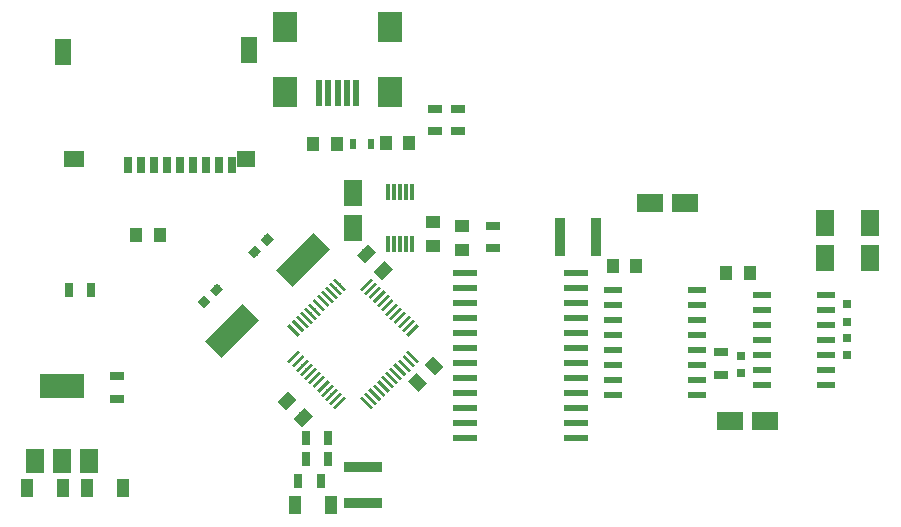
<source format=gbr>
%TF.GenerationSoftware,KiCad,Pcbnew,(5.0.2)-1*%
%TF.CreationDate,2019-08-28T15:07:36-07:00*%
%TF.ProjectId,OPL3_VGM_Player,4f504c33-5f56-4474-9d5f-506c61796572,rev?*%
%TF.SameCoordinates,Original*%
%TF.FileFunction,Paste,Top*%
%TF.FilePolarity,Positive*%
%FSLAX46Y46*%
G04 Gerber Fmt 4.6, Leading zero omitted, Abs format (unit mm)*
G04 Created by KiCad (PCBNEW (5.0.2)-1) date 8/28/2019 3:07:36 PM*
%MOMM*%
%LPD*%
G01*
G04 APERTURE LIST*
%ADD10R,1.400000X2.200000*%
%ADD11R,1.800000X1.400000*%
%ADD12R,1.600000X1.400000*%
%ADD13R,0.700000X1.400000*%
%ADD14R,1.600000X2.200000*%
%ADD15R,1.000000X1.600000*%
%ADD16R,1.250000X1.000000*%
%ADD17R,1.000000X1.250000*%
%ADD18C,0.750000*%
%ADD19C,0.100000*%
%ADD20C,1.000000*%
%ADD21R,2.200000X1.600000*%
%ADD22R,0.750000X0.800000*%
%ADD23R,2.000000X2.500000*%
%ADD24R,0.500000X2.300000*%
%ADD25R,0.500000X0.900000*%
%ADD26R,0.950000X3.300000*%
%ADD27R,3.300000X0.950000*%
%ADD28R,1.300000X0.700000*%
%ADD29R,0.700000X1.300000*%
%ADD30R,1.500000X2.000000*%
%ADD31R,3.800000X2.000000*%
%ADD32C,0.250000*%
%ADD33R,0.300000X1.400000*%
%ADD34R,2.000000X0.600000*%
%ADD35R,1.500000X0.600000*%
%ADD36C,2.000000*%
G04 APERTURE END LIST*
D10*
X174081000Y-88626000D03*
X158331000Y-88824000D03*
D11*
X159332000Y-97925000D03*
D12*
X173880000Y-97925000D03*
D13*
X172630000Y-98425000D03*
X171530000Y-98425000D03*
X170430000Y-98425000D03*
X169330000Y-98425000D03*
X168230000Y-98425000D03*
X167130000Y-98425000D03*
X166030000Y-98425000D03*
X164930000Y-98425000D03*
X163830000Y-98425000D03*
D14*
X226695000Y-106275000D03*
X226695000Y-103275000D03*
D15*
X163425000Y-125793500D03*
X160425000Y-125793500D03*
X158345000Y-125730000D03*
X155345000Y-125730000D03*
D16*
X189674500Y-103267000D03*
X189674500Y-105267000D03*
D17*
X179543200Y-96621600D03*
X181543200Y-96621600D03*
X185690000Y-96520000D03*
X187690000Y-96520000D03*
D14*
X182880000Y-100735000D03*
X182880000Y-103735000D03*
D18*
X174577270Y-105762530D03*
D19*
G36*
X174594948Y-105214522D02*
X175125278Y-105744852D01*
X174559592Y-106310538D01*
X174029262Y-105780208D01*
X174594948Y-105214522D01*
X174594948Y-105214522D01*
G37*
D18*
X175637930Y-104701870D03*
D19*
G36*
X175655608Y-104153862D02*
X176185938Y-104684192D01*
X175620252Y-105249878D01*
X175089922Y-104719548D01*
X175655608Y-104153862D01*
X175655608Y-104153862D01*
G37*
D18*
X170310070Y-109991630D03*
D19*
G36*
X170292392Y-110539638D02*
X169762062Y-110009308D01*
X170327748Y-109443622D01*
X170858078Y-109973952D01*
X170292392Y-110539638D01*
X170292392Y-110539638D01*
G37*
D18*
X171370730Y-108930970D03*
D19*
G36*
X171353052Y-109478978D02*
X170822722Y-108948648D01*
X171388408Y-108382962D01*
X171918738Y-108913292D01*
X171353052Y-109478978D01*
X171353052Y-109478978D01*
G37*
D20*
X178710307Y-119782307D03*
D19*
G36*
X179505802Y-119693919D02*
X178621919Y-120577802D01*
X177914812Y-119870695D01*
X178798695Y-118986812D01*
X179505802Y-119693919D01*
X179505802Y-119693919D01*
G37*
D20*
X177296093Y-118368093D03*
D19*
G36*
X178091588Y-118279705D02*
X177207705Y-119163588D01*
X176500598Y-118456481D01*
X177384481Y-117572598D01*
X178091588Y-118279705D01*
X178091588Y-118279705D01*
G37*
D20*
X184056586Y-105926186D03*
D19*
G36*
X184852081Y-105837798D02*
X183968198Y-106721681D01*
X183261091Y-106014574D01*
X184144974Y-105130691D01*
X184852081Y-105837798D01*
X184852081Y-105837798D01*
G37*
D20*
X185470800Y-107340400D03*
D19*
G36*
X186266295Y-107252012D02*
X185382412Y-108135895D01*
X184675305Y-107428788D01*
X185559188Y-106544905D01*
X186266295Y-107252012D01*
X186266295Y-107252012D01*
G37*
D20*
X188353700Y-116801900D03*
D19*
G36*
X188265312Y-116006405D02*
X189149195Y-116890288D01*
X188442088Y-117597395D01*
X187558205Y-116713512D01*
X188265312Y-116006405D01*
X188265312Y-116006405D01*
G37*
D20*
X189767914Y-115387686D03*
D19*
G36*
X189679526Y-114592191D02*
X190563409Y-115476074D01*
X189856302Y-116183181D01*
X188972419Y-115299298D01*
X189679526Y-114592191D01*
X189679526Y-114592191D01*
G37*
D17*
X166569900Y-104355900D03*
X164569900Y-104355900D03*
D21*
X208050000Y-101600000D03*
X211050000Y-101600000D03*
D16*
X192151000Y-105559100D03*
X192151000Y-103559100D03*
D17*
X206905100Y-106972100D03*
X204905100Y-106972100D03*
D22*
X215734900Y-116040600D03*
X215734900Y-114540600D03*
X224739200Y-110159100D03*
X224739200Y-111659100D03*
X224726500Y-114516600D03*
X224726500Y-113016600D03*
D21*
X217806400Y-120053100D03*
X214806400Y-120053100D03*
D17*
X216493600Y-107530900D03*
X214493600Y-107530900D03*
D15*
X178039900Y-127190500D03*
X181039900Y-127190500D03*
D14*
X222885000Y-103275000D03*
X222885000Y-106275000D03*
D23*
X177160000Y-86735000D03*
X177160000Y-92235000D03*
X186060000Y-86735000D03*
X186060000Y-92235000D03*
D24*
X180010000Y-92335000D03*
X180810000Y-92335000D03*
X181610000Y-92335000D03*
X182410000Y-92335000D03*
X183210000Y-92335000D03*
D25*
X182917400Y-96621600D03*
X184417400Y-96621600D03*
D26*
X200480200Y-104495600D03*
X203530200Y-104495600D03*
D27*
X183756300Y-127012700D03*
X183756300Y-123962700D03*
D28*
X189865000Y-93665000D03*
X189865000Y-95565000D03*
X191770000Y-95565000D03*
X191770000Y-93665000D03*
D29*
X158866800Y-108978700D03*
X160766800Y-108978700D03*
D28*
X162915600Y-118209100D03*
X162915600Y-116309100D03*
X194741800Y-103558300D03*
X194741800Y-105458300D03*
X214058500Y-116177100D03*
X214058500Y-114277100D03*
D29*
X178907400Y-121488200D03*
X180807400Y-121488200D03*
X180172400Y-125183900D03*
X178272400Y-125183900D03*
X178907400Y-123317000D03*
X180807400Y-123317000D03*
D30*
X155967400Y-123431700D03*
X160567400Y-123431700D03*
X158267400Y-123431700D03*
D31*
X158267400Y-117131700D03*
D32*
X184062171Y-108492142D03*
D19*
G36*
X183690940Y-109040150D02*
X183514163Y-108863373D01*
X184433402Y-107944134D01*
X184610179Y-108120911D01*
X183690940Y-109040150D01*
X183690940Y-109040150D01*
G37*
D32*
X184415724Y-108845695D03*
D19*
G36*
X184044493Y-109393703D02*
X183867716Y-109216926D01*
X184786955Y-108297687D01*
X184963732Y-108474464D01*
X184044493Y-109393703D01*
X184044493Y-109393703D01*
G37*
D32*
X184769278Y-109199249D03*
D19*
G36*
X184398047Y-109747257D02*
X184221270Y-109570480D01*
X185140509Y-108651241D01*
X185317286Y-108828018D01*
X184398047Y-109747257D01*
X184398047Y-109747257D01*
G37*
D32*
X185122831Y-109552802D03*
D19*
G36*
X184751600Y-110100810D02*
X184574823Y-109924033D01*
X185494062Y-109004794D01*
X185670839Y-109181571D01*
X184751600Y-110100810D01*
X184751600Y-110100810D01*
G37*
D32*
X185476384Y-109906355D03*
D19*
G36*
X185105153Y-110454363D02*
X184928376Y-110277586D01*
X185847615Y-109358347D01*
X186024392Y-109535124D01*
X185105153Y-110454363D01*
X185105153Y-110454363D01*
G37*
D32*
X185829938Y-110259909D03*
D19*
G36*
X185458707Y-110807917D02*
X185281930Y-110631140D01*
X186201169Y-109711901D01*
X186377946Y-109888678D01*
X185458707Y-110807917D01*
X185458707Y-110807917D01*
G37*
D32*
X186183491Y-110613462D03*
D19*
G36*
X185812260Y-111161470D02*
X185635483Y-110984693D01*
X186554722Y-110065454D01*
X186731499Y-110242231D01*
X185812260Y-111161470D01*
X185812260Y-111161470D01*
G37*
D32*
X186537045Y-110967016D03*
D19*
G36*
X186165814Y-111515024D02*
X185989037Y-111338247D01*
X186908276Y-110419008D01*
X187085053Y-110595785D01*
X186165814Y-111515024D01*
X186165814Y-111515024D01*
G37*
D32*
X186890598Y-111320569D03*
D19*
G36*
X186519367Y-111868577D02*
X186342590Y-111691800D01*
X187261829Y-110772561D01*
X187438606Y-110949338D01*
X186519367Y-111868577D01*
X186519367Y-111868577D01*
G37*
D32*
X187244151Y-111674122D03*
D19*
G36*
X186872920Y-112222130D02*
X186696143Y-112045353D01*
X187615382Y-111126114D01*
X187792159Y-111302891D01*
X186872920Y-112222130D01*
X186872920Y-112222130D01*
G37*
D32*
X187597705Y-112027676D03*
D19*
G36*
X187226474Y-112575684D02*
X187049697Y-112398907D01*
X187968936Y-111479668D01*
X188145713Y-111656445D01*
X187226474Y-112575684D01*
X187226474Y-112575684D01*
G37*
D32*
X187951258Y-112381229D03*
D19*
G36*
X187580027Y-112929237D02*
X187403250Y-112752460D01*
X188322489Y-111833221D01*
X188499266Y-112009998D01*
X187580027Y-112929237D01*
X187580027Y-112929237D01*
G37*
D32*
X187951258Y-114643971D03*
D19*
G36*
X187403250Y-114272740D02*
X187580027Y-114095963D01*
X188499266Y-115015202D01*
X188322489Y-115191979D01*
X187403250Y-114272740D01*
X187403250Y-114272740D01*
G37*
D32*
X187597705Y-114997524D03*
D19*
G36*
X187049697Y-114626293D02*
X187226474Y-114449516D01*
X188145713Y-115368755D01*
X187968936Y-115545532D01*
X187049697Y-114626293D01*
X187049697Y-114626293D01*
G37*
D32*
X187244151Y-115351078D03*
D19*
G36*
X186696143Y-114979847D02*
X186872920Y-114803070D01*
X187792159Y-115722309D01*
X187615382Y-115899086D01*
X186696143Y-114979847D01*
X186696143Y-114979847D01*
G37*
D32*
X186890598Y-115704631D03*
D19*
G36*
X186342590Y-115333400D02*
X186519367Y-115156623D01*
X187438606Y-116075862D01*
X187261829Y-116252639D01*
X186342590Y-115333400D01*
X186342590Y-115333400D01*
G37*
D32*
X186537045Y-116058184D03*
D19*
G36*
X185989037Y-115686953D02*
X186165814Y-115510176D01*
X187085053Y-116429415D01*
X186908276Y-116606192D01*
X185989037Y-115686953D01*
X185989037Y-115686953D01*
G37*
D32*
X186183491Y-116411738D03*
D19*
G36*
X185635483Y-116040507D02*
X185812260Y-115863730D01*
X186731499Y-116782969D01*
X186554722Y-116959746D01*
X185635483Y-116040507D01*
X185635483Y-116040507D01*
G37*
D32*
X185829938Y-116765291D03*
D19*
G36*
X185281930Y-116394060D02*
X185458707Y-116217283D01*
X186377946Y-117136522D01*
X186201169Y-117313299D01*
X185281930Y-116394060D01*
X185281930Y-116394060D01*
G37*
D32*
X185476384Y-117118845D03*
D19*
G36*
X184928376Y-116747614D02*
X185105153Y-116570837D01*
X186024392Y-117490076D01*
X185847615Y-117666853D01*
X184928376Y-116747614D01*
X184928376Y-116747614D01*
G37*
D32*
X185122831Y-117472398D03*
D19*
G36*
X184574823Y-117101167D02*
X184751600Y-116924390D01*
X185670839Y-117843629D01*
X185494062Y-118020406D01*
X184574823Y-117101167D01*
X184574823Y-117101167D01*
G37*
D32*
X184769278Y-117825951D03*
D19*
G36*
X184221270Y-117454720D02*
X184398047Y-117277943D01*
X185317286Y-118197182D01*
X185140509Y-118373959D01*
X184221270Y-117454720D01*
X184221270Y-117454720D01*
G37*
D32*
X184415724Y-118179505D03*
D19*
G36*
X183867716Y-117808274D02*
X184044493Y-117631497D01*
X184963732Y-118550736D01*
X184786955Y-118727513D01*
X183867716Y-117808274D01*
X183867716Y-117808274D01*
G37*
D32*
X184062171Y-118533058D03*
D19*
G36*
X183514163Y-118161827D02*
X183690940Y-117985050D01*
X184610179Y-118904289D01*
X184433402Y-119081066D01*
X183514163Y-118161827D01*
X183514163Y-118161827D01*
G37*
D32*
X181799429Y-118533058D03*
D19*
G36*
X181428198Y-119081066D02*
X181251421Y-118904289D01*
X182170660Y-117985050D01*
X182347437Y-118161827D01*
X181428198Y-119081066D01*
X181428198Y-119081066D01*
G37*
D32*
X181445876Y-118179505D03*
D19*
G36*
X181074645Y-118727513D02*
X180897868Y-118550736D01*
X181817107Y-117631497D01*
X181993884Y-117808274D01*
X181074645Y-118727513D01*
X181074645Y-118727513D01*
G37*
D32*
X181092322Y-117825951D03*
D19*
G36*
X180721091Y-118373959D02*
X180544314Y-118197182D01*
X181463553Y-117277943D01*
X181640330Y-117454720D01*
X180721091Y-118373959D01*
X180721091Y-118373959D01*
G37*
D32*
X180738769Y-117472398D03*
D19*
G36*
X180367538Y-118020406D02*
X180190761Y-117843629D01*
X181110000Y-116924390D01*
X181286777Y-117101167D01*
X180367538Y-118020406D01*
X180367538Y-118020406D01*
G37*
D32*
X180385216Y-117118845D03*
D19*
G36*
X180013985Y-117666853D02*
X179837208Y-117490076D01*
X180756447Y-116570837D01*
X180933224Y-116747614D01*
X180013985Y-117666853D01*
X180013985Y-117666853D01*
G37*
D32*
X180031662Y-116765291D03*
D19*
G36*
X179660431Y-117313299D02*
X179483654Y-117136522D01*
X180402893Y-116217283D01*
X180579670Y-116394060D01*
X179660431Y-117313299D01*
X179660431Y-117313299D01*
G37*
D32*
X179678109Y-116411738D03*
D19*
G36*
X179306878Y-116959746D02*
X179130101Y-116782969D01*
X180049340Y-115863730D01*
X180226117Y-116040507D01*
X179306878Y-116959746D01*
X179306878Y-116959746D01*
G37*
D32*
X179324555Y-116058184D03*
D19*
G36*
X178953324Y-116606192D02*
X178776547Y-116429415D01*
X179695786Y-115510176D01*
X179872563Y-115686953D01*
X178953324Y-116606192D01*
X178953324Y-116606192D01*
G37*
D32*
X178971002Y-115704631D03*
D19*
G36*
X178599771Y-116252639D02*
X178422994Y-116075862D01*
X179342233Y-115156623D01*
X179519010Y-115333400D01*
X178599771Y-116252639D01*
X178599771Y-116252639D01*
G37*
D32*
X178617449Y-115351078D03*
D19*
G36*
X178246218Y-115899086D02*
X178069441Y-115722309D01*
X178988680Y-114803070D01*
X179165457Y-114979847D01*
X178246218Y-115899086D01*
X178246218Y-115899086D01*
G37*
D32*
X178263895Y-114997524D03*
D19*
G36*
X177892664Y-115545532D02*
X177715887Y-115368755D01*
X178635126Y-114449516D01*
X178811903Y-114626293D01*
X177892664Y-115545532D01*
X177892664Y-115545532D01*
G37*
D32*
X177910342Y-114643971D03*
D19*
G36*
X177539111Y-115191979D02*
X177362334Y-115015202D01*
X178281573Y-114095963D01*
X178458350Y-114272740D01*
X177539111Y-115191979D01*
X177539111Y-115191979D01*
G37*
D32*
X177910342Y-112381229D03*
D19*
G36*
X177362334Y-112009998D02*
X177539111Y-111833221D01*
X178458350Y-112752460D01*
X178281573Y-112929237D01*
X177362334Y-112009998D01*
X177362334Y-112009998D01*
G37*
D32*
X178263895Y-112027676D03*
D19*
G36*
X177715887Y-111656445D02*
X177892664Y-111479668D01*
X178811903Y-112398907D01*
X178635126Y-112575684D01*
X177715887Y-111656445D01*
X177715887Y-111656445D01*
G37*
D32*
X178617449Y-111674122D03*
D19*
G36*
X178069441Y-111302891D02*
X178246218Y-111126114D01*
X179165457Y-112045353D01*
X178988680Y-112222130D01*
X178069441Y-111302891D01*
X178069441Y-111302891D01*
G37*
D32*
X178971002Y-111320569D03*
D19*
G36*
X178422994Y-110949338D02*
X178599771Y-110772561D01*
X179519010Y-111691800D01*
X179342233Y-111868577D01*
X178422994Y-110949338D01*
X178422994Y-110949338D01*
G37*
D32*
X179324555Y-110967016D03*
D19*
G36*
X178776547Y-110595785D02*
X178953324Y-110419008D01*
X179872563Y-111338247D01*
X179695786Y-111515024D01*
X178776547Y-110595785D01*
X178776547Y-110595785D01*
G37*
D32*
X179678109Y-110613462D03*
D19*
G36*
X179130101Y-110242231D02*
X179306878Y-110065454D01*
X180226117Y-110984693D01*
X180049340Y-111161470D01*
X179130101Y-110242231D01*
X179130101Y-110242231D01*
G37*
D32*
X180031662Y-110259909D03*
D19*
G36*
X179483654Y-109888678D02*
X179660431Y-109711901D01*
X180579670Y-110631140D01*
X180402893Y-110807917D01*
X179483654Y-109888678D01*
X179483654Y-109888678D01*
G37*
D32*
X180385216Y-109906355D03*
D19*
G36*
X179837208Y-109535124D02*
X180013985Y-109358347D01*
X180933224Y-110277586D01*
X180756447Y-110454363D01*
X179837208Y-109535124D01*
X179837208Y-109535124D01*
G37*
D32*
X180738769Y-109552802D03*
D19*
G36*
X180190761Y-109181571D02*
X180367538Y-109004794D01*
X181286777Y-109924033D01*
X181110000Y-110100810D01*
X180190761Y-109181571D01*
X180190761Y-109181571D01*
G37*
D32*
X181092322Y-109199249D03*
D19*
G36*
X180544314Y-108828018D02*
X180721091Y-108651241D01*
X181640330Y-109570480D01*
X181463553Y-109747257D01*
X180544314Y-108828018D01*
X180544314Y-108828018D01*
G37*
D32*
X181445876Y-108845695D03*
D19*
G36*
X180897868Y-108474464D02*
X181074645Y-108297687D01*
X181993884Y-109216926D01*
X181817107Y-109393703D01*
X180897868Y-108474464D01*
X180897868Y-108474464D01*
G37*
D32*
X181799429Y-108492142D03*
D19*
G36*
X181251421Y-108120911D02*
X181428198Y-107944134D01*
X182347437Y-108863373D01*
X182170660Y-109040150D01*
X181251421Y-108120911D01*
X181251421Y-108120911D01*
G37*
D33*
X187880500Y-105057300D03*
X187380500Y-105057300D03*
X186880500Y-105057300D03*
X186380500Y-105057300D03*
X185880500Y-105057300D03*
X185880500Y-100657300D03*
X186380500Y-100657300D03*
X186880500Y-100657300D03*
X187380500Y-100657300D03*
X187880500Y-100657300D03*
D34*
X201778600Y-107543600D03*
X201778600Y-108813600D03*
X201778600Y-110083600D03*
X201778600Y-111353600D03*
X201778600Y-112623600D03*
X201778600Y-113893600D03*
X201778600Y-115163600D03*
X201778600Y-116433600D03*
X201778600Y-117703600D03*
X201778600Y-118973600D03*
X201778600Y-120243600D03*
X201778600Y-121513600D03*
X192378600Y-121513600D03*
X192378600Y-120243600D03*
X192378600Y-118973600D03*
X192378600Y-117703600D03*
X192378600Y-116433600D03*
X192378600Y-115163600D03*
X192378600Y-113893600D03*
X192378600Y-112623600D03*
X192378600Y-111353600D03*
X192378600Y-110083600D03*
X192378600Y-108813600D03*
X192378600Y-107543600D03*
D35*
X212058600Y-108991400D03*
X212058600Y-110261400D03*
X212058600Y-111531400D03*
X212058600Y-112801400D03*
X212058600Y-114071400D03*
X212058600Y-115341400D03*
X212058600Y-116611400D03*
X212058600Y-117881400D03*
X204958600Y-117881400D03*
X204958600Y-116611400D03*
X204958600Y-115341400D03*
X204958600Y-114071400D03*
X204958600Y-112801400D03*
X204958600Y-111531400D03*
X204958600Y-110261400D03*
X204958600Y-108991400D03*
X222956100Y-109448600D03*
X222956100Y-110718600D03*
X222956100Y-111988600D03*
X222956100Y-113258600D03*
X222956100Y-114528600D03*
X222956100Y-115798600D03*
X222956100Y-117068600D03*
X217556100Y-117068600D03*
X217556100Y-115798600D03*
X217556100Y-114528600D03*
X217556100Y-113258600D03*
X217556100Y-111988600D03*
X217556100Y-110718600D03*
X217556100Y-109448600D03*
D36*
X178684304Y-106430696D03*
D19*
G36*
X177800421Y-108728793D02*
X176386207Y-107314579D01*
X179568187Y-104132599D01*
X180982401Y-105546813D01*
X177800421Y-108728793D01*
X177800421Y-108728793D01*
G37*
D36*
X172673896Y-112441104D03*
D19*
G36*
X171790013Y-114739201D02*
X170375799Y-113324987D01*
X173557779Y-110143007D01*
X174971993Y-111557221D01*
X171790013Y-114739201D01*
X171790013Y-114739201D01*
G37*
M02*

</source>
